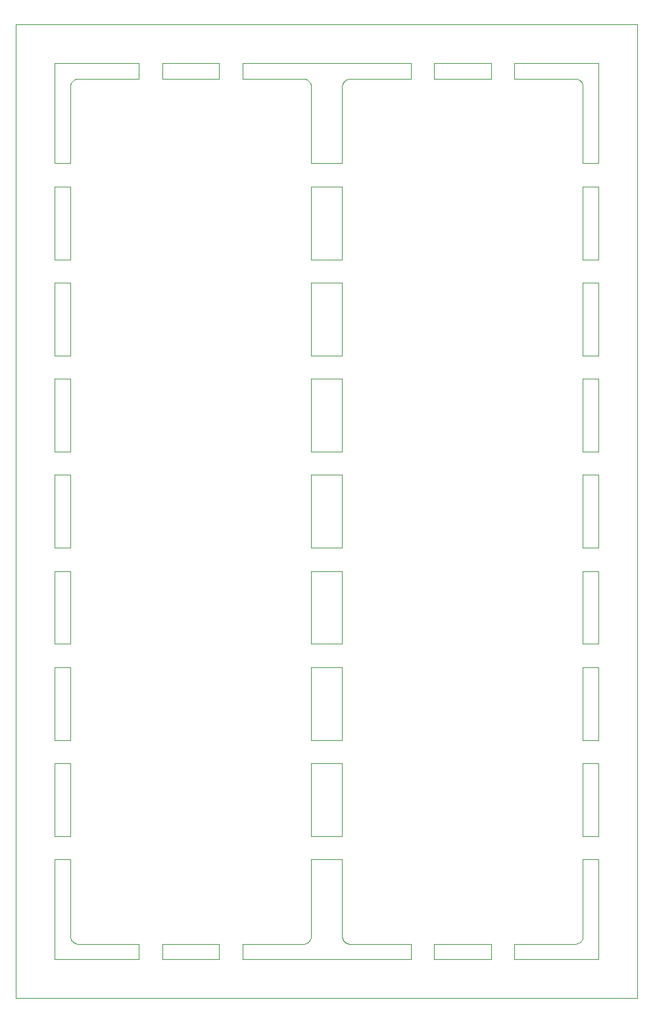
<source format=gm1>
G04 #@! TF.GenerationSoftware,KiCad,Pcbnew,8.0.1*
G04 #@! TF.CreationDate,2024-03-31T21:58:01-04:00*
G04 #@! TF.ProjectId,RGB-Panel,5247422d-5061-46e6-956c-2e6b69636164,V3.0*
G04 #@! TF.SameCoordinates,Original*
G04 #@! TF.FileFunction,Profile,NP*
%FSLAX46Y46*%
G04 Gerber Fmt 4.6, Leading zero omitted, Abs format (unit mm)*
G04 Created by KiCad (PCBNEW 8.0.1) date 2024-03-31 21:58:01*
%MOMM*%
%LPD*%
G01*
G04 APERTURE LIST*
G04 #@! TA.AperFunction,Profile*
%ADD10C,0.100000*%
G04 #@! TD*
G04 APERTURE END LIST*
D10*
X72514702Y-27125650D02*
X72471040Y-27151352D01*
X107179236Y-137971266D02*
X107209224Y-138012103D01*
X137651371Y-27241245D02*
X137612105Y-27209227D01*
X69999997Y-53255553D02*
X72000003Y-53255553D01*
X137406739Y-138313540D02*
X137453992Y-138291001D01*
X102999998Y-99766663D02*
X102999997Y-90388886D01*
X137500002Y-138266020D02*
X137544641Y-138238665D01*
X69999997Y-25000000D02*
X80833331Y-25000000D01*
X137999997Y-87388886D02*
X137999995Y-78011108D01*
X72001279Y-137450645D02*
X72005127Y-137501164D01*
X69999997Y-127522218D02*
X71999996Y-127522218D01*
X94166667Y-27000000D02*
X94166667Y-25000000D01*
X102965927Y-137658816D02*
X102978149Y-137607908D01*
X72000005Y-37877776D02*
X69999997Y-37877776D01*
X102998632Y-137452333D02*
X103000003Y-137399998D01*
X102201302Y-27020472D02*
X102151432Y-27011533D01*
X103000001Y-124522218D02*
X103000000Y-115144441D01*
X137669132Y-138143139D02*
X137707108Y-138107101D01*
X107949356Y-27001282D02*
X107898837Y-27005129D01*
X102151432Y-27011533D02*
X102101173Y-27005132D01*
X102250656Y-27031925D02*
X102201302Y-27020472D01*
X140000003Y-37877776D02*
X137999991Y-37877776D01*
X137988459Y-27848573D02*
X137979521Y-27798703D01*
X140000003Y-127522218D02*
X140000003Y-140399995D01*
X102891007Y-137853986D02*
X102913546Y-137806733D01*
X107798707Y-27020467D02*
X107749352Y-27031920D01*
X129166667Y-138399995D02*
X137000003Y-138399995D01*
X102998706Y-27949351D02*
X102994860Y-27898832D01*
X137954132Y-27700639D02*
X137937745Y-27652697D01*
X83833331Y-26999999D02*
X83833331Y-25000000D01*
X102612105Y-27209227D02*
X102571268Y-27179240D01*
X72898837Y-138394864D02*
X72949356Y-138398711D01*
X72000002Y-65633331D02*
X72000001Y-75011108D01*
X107848577Y-138388464D02*
X107898837Y-138394864D01*
X102951058Y-137709013D02*
X102965927Y-137658816D01*
X105000999Y-124522218D02*
X104998999Y-124522218D01*
X137987690Y-137556431D02*
X137994524Y-137504526D01*
X91166667Y-27000000D02*
X83833331Y-26999999D01*
X69999997Y-115144441D02*
X71999998Y-115144441D01*
X102874341Y-27514701D02*
X102848639Y-27471039D01*
X107749352Y-27031920D02*
X107700642Y-27045858D01*
X102994524Y-137504526D02*
X102998632Y-137452333D01*
X137250656Y-27031925D02*
X137201302Y-27020472D01*
X104998999Y-127522218D02*
X105000999Y-127522218D01*
X69999997Y-99766663D02*
X69999997Y-90388886D01*
X69999997Y-124522218D02*
X69999997Y-115144441D01*
X102999989Y-27999999D02*
X102998706Y-27949351D01*
X72151354Y-137928961D02*
X72179236Y-137971266D01*
X107749352Y-138368073D02*
X107798706Y-138379526D01*
X69999997Y-65633331D02*
X72000002Y-65633331D01*
X72514700Y-138274344D02*
X72559609Y-138297801D01*
X137998706Y-27949351D02*
X137994860Y-27898832D01*
X107000005Y-37877776D02*
X105000999Y-37877776D01*
X137999994Y-65633331D02*
X140000003Y-65633331D01*
X107062245Y-137747302D02*
X107081040Y-137794353D01*
X107125657Y-27514695D02*
X107102199Y-27559602D01*
X102848639Y-27471039D02*
X102820759Y-27428735D01*
X72005127Y-137501164D02*
X72011528Y-137551424D01*
X140000003Y-75011108D02*
X137999995Y-75011108D01*
X102999995Y-75011108D02*
X102999994Y-65633331D01*
X72559609Y-138297801D02*
X72605647Y-138318955D01*
X137998632Y-137452333D02*
X138000003Y-137399998D01*
X107798706Y-138379526D02*
X107848577Y-138388464D01*
X72348631Y-27241238D02*
X72311037Y-27275203D01*
X107275211Y-27311029D02*
X107241246Y-27348624D01*
X137866026Y-137899996D02*
X137891007Y-137853986D01*
X140000003Y-87388886D02*
X137999997Y-87388886D01*
X102299366Y-27045863D02*
X102250656Y-27031925D01*
X105000999Y-53255553D02*
X107000003Y-53255553D01*
X104998999Y-112144441D02*
X102999999Y-112144441D01*
X72387895Y-138190773D02*
X72428733Y-138220761D01*
X106999998Y-115144441D02*
X106999997Y-124522218D01*
X72031920Y-137650649D02*
X72045858Y-137699360D01*
X118833331Y-140399995D02*
X118833331Y-138399995D01*
X69999997Y-75011108D02*
X69999997Y-65633331D01*
X72605649Y-27081039D02*
X72559610Y-27102192D01*
X107000003Y-50255553D02*
X105000999Y-50255553D01*
X107000001Y-78011108D02*
X107000000Y-87388886D01*
X107179240Y-27428728D02*
X107151359Y-27471032D01*
X102937745Y-27652697D02*
X102918951Y-27605646D01*
X103000003Y-137399998D02*
X103000001Y-127522218D01*
X137612105Y-27209227D02*
X137571268Y-27179240D01*
X137965927Y-137658816D02*
X137978149Y-137607908D01*
X107000006Y-27999998D02*
X107000005Y-37877776D01*
X64999997Y-145399995D02*
X145000003Y-145399995D01*
X102999995Y-78011108D02*
X104998999Y-78011108D01*
X72179236Y-137971266D02*
X72209224Y-138012103D01*
X71999998Y-112144441D02*
X69999997Y-112144441D01*
X69999997Y-112144441D02*
X69999997Y-102766663D01*
X140000003Y-90388886D02*
X140000003Y-99766663D01*
X107471040Y-27151352D02*
X107428736Y-27179233D01*
X108000005Y-26999999D02*
X107949356Y-27001282D01*
X107605647Y-138318955D02*
X107652698Y-138337749D01*
X107081046Y-27605641D02*
X107062252Y-27652692D01*
X102050654Y-27001284D02*
X102000006Y-27000001D01*
X137299366Y-27045863D02*
X137250656Y-27031925D01*
X107000004Y-40877776D02*
X107000003Y-50255553D01*
X137050654Y-27001284D02*
X137000006Y-27000001D01*
X137951058Y-137709013D02*
X137965927Y-137658816D01*
X102988459Y-27848573D02*
X102979521Y-27798703D01*
X137874341Y-27514701D02*
X137848639Y-27471039D01*
X72000001Y-75011108D02*
X69999997Y-75011108D01*
X126166667Y-138399995D02*
X126166667Y-140399995D01*
X71999998Y-115144441D02*
X71999997Y-124522218D01*
X72275211Y-27311029D02*
X72241246Y-27348624D01*
X102999993Y-53255553D02*
X104998999Y-53255553D01*
X69999997Y-78011108D02*
X72000001Y-78011108D01*
X106999996Y-127522218D02*
X106999996Y-137399996D01*
X137999992Y-50255553D02*
X137999991Y-40877776D01*
X140000003Y-112144441D02*
X137999999Y-112144441D01*
X71999997Y-124522218D02*
X69999997Y-124522218D01*
X102838671Y-137944634D02*
X102866026Y-137899996D01*
X72001289Y-27949348D02*
X72000006Y-27999998D01*
X72241246Y-27348624D02*
X72209228Y-27387890D01*
X137440395Y-27102198D02*
X137394357Y-27081045D01*
X102587787Y-138209011D02*
X102629322Y-138177140D01*
X94166667Y-25000000D02*
X115833331Y-25000000D01*
X107898837Y-27005129D02*
X107848577Y-27011529D01*
X105000999Y-112144441D02*
X104998999Y-112144441D01*
X107241246Y-27348624D02*
X107209228Y-27387890D01*
X105000999Y-99766663D02*
X104998999Y-99766663D01*
X72798706Y-138379526D02*
X72848577Y-138388464D01*
X102052339Y-138398625D02*
X102104532Y-138394517D01*
X140000003Y-115144441D02*
X140000003Y-124522218D01*
X104998999Y-75011108D02*
X102999995Y-75011108D01*
X129166667Y-27000000D02*
X129166667Y-25000000D01*
X107471038Y-138248641D02*
X107514700Y-138274344D01*
X102999999Y-112144441D02*
X102999998Y-102766663D01*
X69999997Y-62633331D02*
X69999997Y-53255553D01*
X69999997Y-40877776D02*
X72000004Y-40877776D01*
X102999998Y-102766663D02*
X104998999Y-102766663D01*
X72125652Y-137885299D02*
X72151354Y-137928961D01*
X102999992Y-50255553D02*
X102999991Y-40877776D01*
X137758755Y-27348631D02*
X137724790Y-27311036D01*
X115833331Y-25000000D02*
X115833331Y-26999999D01*
X105000999Y-90388886D02*
X107000000Y-90388886D01*
X72000001Y-78011108D02*
X72000000Y-87388886D01*
X72428733Y-138220761D02*
X72471038Y-138248641D01*
X72898837Y-27005129D02*
X72848577Y-27011529D01*
X137688965Y-27275210D02*
X137651371Y-27241245D01*
X72311034Y-138124790D02*
X72348628Y-138158756D01*
X104998999Y-102766663D02*
X105000999Y-102766663D01*
X102999994Y-62633331D02*
X102999993Y-53255553D01*
X137790772Y-27387897D02*
X137758755Y-27348631D01*
X137999997Y-90388886D02*
X140000003Y-90388886D01*
X137994860Y-27898832D02*
X137988459Y-27848573D01*
X107311037Y-27275203D02*
X107275211Y-27311029D01*
X137707108Y-138107101D02*
X137743146Y-138069125D01*
X137544641Y-138238665D02*
X137587787Y-138209011D01*
X137156437Y-138387683D02*
X137207914Y-138378142D01*
X106999999Y-99766663D02*
X105000999Y-99766663D01*
X137309019Y-138351051D02*
X137358370Y-138333575D01*
X140000003Y-53255553D02*
X140000003Y-62633331D01*
X102309019Y-138351051D02*
X102358370Y-138333575D01*
X137151432Y-27011533D02*
X137101173Y-27005132D01*
X102394357Y-27081045D02*
X102347307Y-27062250D01*
X137999995Y-78011108D02*
X140000003Y-78011108D01*
X72081046Y-27605641D02*
X72062252Y-27652692D01*
X72471038Y-138248641D02*
X72514700Y-138274344D01*
X137724790Y-27311036D02*
X137688965Y-27275210D01*
X115833331Y-138399995D02*
X115833331Y-140399995D01*
X102987690Y-137556431D02*
X102994524Y-137504526D01*
X72000000Y-90388886D02*
X71999999Y-99766663D01*
X105000999Y-62633331D02*
X104998999Y-62633331D01*
X137000003Y-138399995D02*
X137052339Y-138398625D01*
X102968069Y-27749349D02*
X102954132Y-27700639D01*
X140000003Y-25000000D02*
X140000003Y-37877776D01*
X102104532Y-138394517D02*
X102156437Y-138387683D01*
X137528964Y-27151359D02*
X137485302Y-27125656D01*
X72241242Y-138051370D02*
X72275207Y-138088964D01*
X72179240Y-27428728D02*
X72151359Y-27471032D01*
X140000003Y-99766663D02*
X137999998Y-99766663D01*
X107241242Y-138051370D02*
X107275207Y-138088964D01*
X72062245Y-137747302D02*
X72081040Y-137794353D01*
X137913546Y-137806733D02*
X137933581Y-137758364D01*
X64999997Y-20000000D02*
X64999997Y-145399995D01*
X91166667Y-25000000D02*
X91166667Y-27000000D01*
X102954132Y-27700639D02*
X102937745Y-27652697D01*
X137848639Y-27471039D02*
X137820759Y-27428735D01*
X107125652Y-137885299D02*
X107151354Y-137928961D01*
X72311037Y-27275203D02*
X72275211Y-27311029D01*
X102743146Y-138069125D02*
X102777147Y-138029315D01*
X72020475Y-27798699D02*
X72011536Y-27848569D01*
X104998999Y-62633331D02*
X102999994Y-62633331D01*
X105000999Y-75011108D02*
X104998999Y-75011108D01*
X140000003Y-102766663D02*
X140000003Y-112144441D01*
X72700641Y-138354136D02*
X72749352Y-138368073D01*
X107652699Y-27062245D02*
X107605649Y-27081039D01*
X105000999Y-115144441D02*
X106999998Y-115144441D01*
X118833331Y-25000000D02*
X126166667Y-25000000D01*
X107652698Y-138337749D02*
X107700641Y-138354136D01*
X104998999Y-124522218D02*
X103000001Y-124522218D01*
X72559610Y-27102192D02*
X72514702Y-27125650D01*
X72749352Y-138368073D02*
X72798706Y-138379526D01*
X137918951Y-27605646D02*
X137897798Y-27559608D01*
X91166667Y-140399995D02*
X83833331Y-140399995D01*
X107045865Y-27700634D02*
X107031927Y-27749345D01*
X107000000Y-90388886D02*
X106999999Y-99766663D01*
X137777147Y-138029315D02*
X137809018Y-137987780D01*
X83833331Y-138399995D02*
X91166667Y-138399995D01*
X140000003Y-124522218D02*
X138000001Y-124522218D01*
X72081040Y-137794353D02*
X72102193Y-137840391D01*
X137968069Y-27749349D02*
X137954132Y-27700639D01*
X80833331Y-138399995D02*
X80833331Y-140399995D01*
X105000999Y-78011108D02*
X107000001Y-78011108D01*
X102707108Y-138107101D02*
X102743146Y-138069125D01*
X137937745Y-27652697D02*
X137918951Y-27605646D01*
X107000001Y-75011108D02*
X105000999Y-75011108D01*
X69999997Y-140399995D02*
X69999997Y-127522218D01*
X107000002Y-62633331D02*
X105000999Y-62633331D01*
X107011536Y-27848569D02*
X107005136Y-27898829D01*
X137820759Y-27428735D02*
X137790772Y-27387897D01*
X137999991Y-40877776D02*
X140000003Y-40877776D01*
X104998999Y-87388886D02*
X102999997Y-87388886D01*
X140000003Y-65633331D02*
X140000003Y-75011108D01*
X72102193Y-137840391D02*
X72125652Y-137885299D01*
X71999999Y-102766663D02*
X71999998Y-112144441D01*
X72700642Y-27045858D02*
X72652699Y-27062245D01*
X102101173Y-27005132D02*
X102050654Y-27001284D01*
X137587787Y-138209011D02*
X137629322Y-138177140D01*
X140000003Y-50255553D02*
X137999992Y-50255553D01*
X137104532Y-138394517D02*
X137156437Y-138387683D01*
X104998999Y-50255553D02*
X102999992Y-50255553D01*
X102406739Y-138313540D02*
X102453992Y-138291001D01*
X102156437Y-138387683D02*
X102207914Y-138378142D01*
X72000004Y-40877776D02*
X72000003Y-50255553D01*
X69999997Y-50255553D02*
X69999997Y-40877776D01*
X72605647Y-138318955D02*
X72652698Y-138337749D01*
X137258822Y-138365920D02*
X137309019Y-138351051D01*
X105000999Y-102766663D02*
X106999999Y-102766663D01*
X102358370Y-138333575D02*
X102406739Y-138313540D01*
X102913546Y-137806733D02*
X102933581Y-137758364D01*
X137999998Y-99766663D02*
X137999997Y-90388886D01*
X145000003Y-20000000D02*
X64999997Y-20000000D01*
X72275207Y-138088964D02*
X72311034Y-138124790D01*
X107949356Y-138398711D02*
X108000006Y-138399995D01*
X107031927Y-27749345D02*
X107020475Y-27798699D01*
X72749352Y-27031920D02*
X72700642Y-27045858D01*
X137999991Y-37877776D02*
X137999989Y-27999999D01*
X106999999Y-102766663D02*
X106999998Y-112144441D01*
X72949356Y-27001282D02*
X72898837Y-27005129D01*
X107102199Y-27559602D02*
X107081046Y-27605641D01*
X140000003Y-140399995D02*
X129166667Y-140399995D01*
X118833331Y-26999999D02*
X118833331Y-25000000D01*
X137052339Y-138398625D02*
X137104532Y-138394517D01*
X102866026Y-137899996D02*
X102891007Y-137853986D01*
X137999994Y-62633331D02*
X137999993Y-53255553D01*
X72102199Y-27559602D02*
X72081046Y-27605641D01*
X137453992Y-138291001D02*
X137500002Y-138266020D01*
X137358370Y-138333575D02*
X137406739Y-138313540D01*
X115833331Y-140399995D02*
X94166667Y-140399995D01*
X73000005Y-26999999D02*
X72949356Y-27001282D01*
X102500002Y-138266020D02*
X102544641Y-138238665D01*
X129166667Y-25000000D02*
X140000003Y-25000000D01*
X102688965Y-27275210D02*
X102651371Y-27241245D01*
X107209228Y-27387890D02*
X107179240Y-27428728D01*
X69999997Y-37877776D02*
X69999997Y-25000000D01*
X83833331Y-140399995D02*
X83833331Y-138399995D01*
X72005136Y-27898829D02*
X72001289Y-27949348D01*
X137999998Y-102766663D02*
X140000003Y-102766663D01*
X72125657Y-27514695D02*
X72102199Y-27559602D01*
X107001289Y-27949348D02*
X107000006Y-27999998D01*
X104998999Y-115144441D02*
X105000999Y-115144441D01*
X94166667Y-138399995D02*
X102000003Y-138399995D01*
X107001279Y-137450645D02*
X107005127Y-137501164D01*
X72798707Y-27020467D02*
X72749352Y-27031920D01*
X107848577Y-27011529D02*
X107798707Y-27020467D01*
X72011528Y-137551424D02*
X72020467Y-137601295D01*
X72151359Y-27471032D02*
X72125657Y-27514695D01*
X72045858Y-137699360D02*
X72062245Y-137747302D01*
X102669132Y-138143139D02*
X102707108Y-138107101D01*
X104998999Y-65633331D02*
X105000999Y-65633331D01*
X102000003Y-138399995D02*
X102052339Y-138398625D01*
X104998999Y-78011108D02*
X105000999Y-78011108D01*
X115833331Y-26999999D02*
X108000005Y-26999999D01*
X145000003Y-145399995D02*
X145000003Y-20000000D01*
X140000003Y-62633331D02*
X137999994Y-62633331D01*
X138000001Y-127522218D02*
X140000003Y-127522218D01*
X137978149Y-137607908D02*
X137987690Y-137556431D01*
X107045858Y-137699360D02*
X107062245Y-137747302D01*
X104998999Y-37877776D02*
X102999991Y-37877776D01*
X107209224Y-138012103D02*
X107241242Y-138051370D01*
X80833331Y-140399995D02*
X69999997Y-140399995D01*
X107514702Y-27125650D02*
X107471040Y-27151352D01*
X137933581Y-137758364D02*
X137951058Y-137709013D01*
X138000003Y-137399998D02*
X138000001Y-127522218D01*
X103000001Y-127522218D02*
X104998999Y-127522218D01*
X107387898Y-27209220D02*
X107348631Y-27241238D01*
X107000000Y-87388886D02*
X105000999Y-87388886D01*
X106999998Y-112144441D02*
X105000999Y-112144441D01*
X137743146Y-138069125D02*
X137777147Y-138029315D01*
X137891007Y-137853986D02*
X137913546Y-137806733D01*
X106999997Y-124522218D02*
X105000999Y-124522218D01*
X140000003Y-40877776D02*
X140000003Y-50255553D01*
X102724790Y-27311036D02*
X102688965Y-27275210D01*
X107005127Y-137501164D02*
X107011528Y-137551424D01*
X71999999Y-99766663D02*
X69999997Y-99766663D01*
X107102193Y-137840391D02*
X107125652Y-137885299D01*
X137999999Y-112144441D02*
X137999998Y-102766663D01*
X102207914Y-138378142D02*
X102258822Y-138365920D01*
X72652698Y-138337749D02*
X72700641Y-138354136D01*
X104998999Y-90388886D02*
X105000999Y-90388886D01*
X72428736Y-27179233D02*
X72387898Y-27209220D01*
X72848577Y-138388464D02*
X72898837Y-138394864D01*
X72848577Y-27011529D02*
X72798707Y-27020467D01*
X102994860Y-27898832D02*
X102988459Y-27848573D01*
X102258822Y-138365920D02*
X102309019Y-138351051D01*
X107898837Y-138394864D02*
X107949356Y-138398711D01*
X72000006Y-27999998D02*
X72000005Y-37877776D01*
X83833331Y-25000000D02*
X91166667Y-25000000D01*
X72000003Y-53255553D02*
X72000002Y-62633331D01*
X102485302Y-27125656D02*
X102440395Y-27102198D01*
X108000006Y-138399995D02*
X115833331Y-138399995D01*
X72000003Y-50255553D02*
X69999997Y-50255553D01*
X102979521Y-27798703D02*
X102968069Y-27749349D01*
X138000001Y-124522218D02*
X138000000Y-115144441D01*
X72348628Y-138158756D02*
X72387895Y-138190773D01*
X102999991Y-37877776D02*
X102999989Y-27999999D01*
X102790772Y-27387897D02*
X102758755Y-27348631D01*
X105000999Y-127522218D02*
X106999996Y-127522218D01*
X102629322Y-138177140D02*
X102669132Y-138143139D01*
X72062252Y-27652692D02*
X72045865Y-27700634D01*
X80833331Y-25000000D02*
X80833331Y-26999999D01*
X102571268Y-27179240D02*
X102528964Y-27151359D01*
X102809018Y-137987780D02*
X102838671Y-137944634D01*
X105000999Y-65633331D02*
X107000002Y-65633331D01*
X71999996Y-137399996D02*
X72001279Y-137450645D01*
X72000000Y-87388886D02*
X69999997Y-87388886D01*
X107559609Y-138297801D02*
X107605647Y-138318955D01*
X71999996Y-127522218D02*
X71999996Y-137399996D01*
X102347307Y-27062250D02*
X102299366Y-27045863D01*
X105000999Y-40877776D02*
X107000004Y-40877776D01*
X107700642Y-27045858D02*
X107652699Y-27062245D01*
X137201302Y-27020472D02*
X137151432Y-27011533D01*
X107605649Y-27081039D02*
X107559610Y-27102192D01*
X72031927Y-27749345D02*
X72020475Y-27798699D01*
X102999997Y-90388886D02*
X104998999Y-90388886D01*
X137809018Y-137987780D02*
X137838671Y-137944634D01*
X137999995Y-75011108D02*
X137999994Y-65633331D01*
X126166667Y-27000000D02*
X118833331Y-26999999D01*
X107000003Y-53255553D02*
X107000002Y-62633331D01*
X107011528Y-137551424D02*
X107020467Y-137601295D01*
X137897798Y-27559608D02*
X137874341Y-27514701D01*
X102544641Y-138238665D02*
X102587787Y-138209011D01*
X107031920Y-137650649D02*
X107045858Y-137699360D01*
X102777147Y-138029315D02*
X102809018Y-137987780D01*
X107020475Y-27798699D02*
X107011536Y-27848569D01*
X102000006Y-27000001D02*
X94166667Y-27000000D01*
X137394357Y-27081045D02*
X137347307Y-27062250D01*
X137999993Y-53255553D02*
X140000003Y-53255553D01*
X137571268Y-27179240D02*
X137528964Y-27151359D01*
X72045865Y-27700634D02*
X72031927Y-27749345D01*
X107700641Y-138354136D02*
X107749352Y-138368073D01*
X102758755Y-27348631D02*
X102724790Y-27311036D01*
X107151359Y-27471032D02*
X107125657Y-27514695D01*
X107387895Y-138190773D02*
X107428733Y-138220761D01*
X72471040Y-27151352D02*
X72428736Y-27179233D01*
X102820759Y-27428735D02*
X102790772Y-27387897D01*
X107000002Y-65633331D02*
X107000001Y-75011108D01*
X94166667Y-140399995D02*
X94166667Y-138399995D01*
X72209228Y-27387890D02*
X72179240Y-27428728D01*
X137999989Y-27999999D02*
X137998706Y-27949351D01*
X102453992Y-138291001D02*
X102500002Y-138266020D01*
X118833331Y-138399995D02*
X126166667Y-138399995D01*
X69999997Y-87388886D02*
X69999997Y-78011108D01*
X137838671Y-137944634D02*
X137866026Y-137899996D01*
X102897798Y-27559608D02*
X102874341Y-27514701D01*
X72949356Y-138398711D02*
X73000006Y-138399995D01*
X72209224Y-138012103D02*
X72241242Y-138051370D01*
X104998999Y-53255553D02*
X105000999Y-53255553D01*
X137000006Y-27000001D02*
X129166667Y-27000000D01*
X137629322Y-138177140D02*
X137669132Y-138143139D01*
X72387898Y-27209220D02*
X72348631Y-27241238D01*
X102918951Y-27605646D02*
X102897798Y-27559608D01*
X102999994Y-65633331D02*
X104998999Y-65633331D01*
X126166667Y-25000000D02*
X126166667Y-27000000D01*
X107311034Y-138124790D02*
X107348628Y-138158756D01*
X73000006Y-138399995D02*
X80833331Y-138399995D01*
X107428736Y-27179233D02*
X107387898Y-27209220D01*
X72652699Y-27062245D02*
X72605649Y-27081039D01*
X69999997Y-102766663D02*
X71999999Y-102766663D01*
X107348631Y-27241238D02*
X107311037Y-27275203D01*
X129166667Y-140399995D02*
X129166667Y-138399995D01*
X102978149Y-137607908D02*
X102987690Y-137556431D01*
X140000003Y-78011108D02*
X140000003Y-87388886D01*
X104998999Y-99766663D02*
X102999998Y-99766663D01*
X102528964Y-27151359D02*
X102485302Y-27125656D01*
X137347307Y-27062250D02*
X137299366Y-27045863D01*
X137994524Y-137504526D02*
X137998632Y-137452333D01*
X105000999Y-37877776D02*
X104998999Y-37877776D01*
X137101173Y-27005132D02*
X137050654Y-27001284D01*
X107151354Y-137928961D02*
X107179236Y-137971266D01*
X105000999Y-87388886D02*
X104998999Y-87388886D01*
X137207914Y-138378142D02*
X137258822Y-138365920D01*
X102651371Y-27241245D02*
X102612105Y-27209227D01*
X69999997Y-90388886D02*
X72000000Y-90388886D01*
X107514700Y-138274344D02*
X107559609Y-138297801D01*
X102999997Y-87388886D02*
X102999995Y-78011108D01*
X80833331Y-26999999D02*
X73000005Y-26999999D01*
X72000002Y-62633331D02*
X69999997Y-62633331D01*
X102933581Y-137758364D02*
X102951058Y-137709013D01*
X107348628Y-138158756D02*
X107387895Y-138190773D01*
X126166667Y-140399995D02*
X118833331Y-140399995D01*
X107020467Y-137601295D02*
X107031920Y-137650649D01*
X137485302Y-27125656D02*
X137440395Y-27102198D01*
X105000999Y-50255553D02*
X104998999Y-50255553D01*
X102440395Y-27102198D02*
X102394357Y-27081045D01*
X107559610Y-27102192D02*
X107514702Y-27125650D01*
X72011536Y-27848569D02*
X72005136Y-27898829D01*
X107081040Y-137794353D02*
X107102193Y-137840391D01*
X107062252Y-27652692D02*
X107045865Y-27700634D01*
X104998999Y-40877776D02*
X105000999Y-40877776D01*
X107275207Y-138088964D02*
X107311034Y-138124790D01*
X103000000Y-115144441D02*
X104998999Y-115144441D01*
X107005136Y-27898829D02*
X107001289Y-27949348D01*
X107428733Y-138220761D02*
X107471038Y-138248641D01*
X72020467Y-137601295D02*
X72031920Y-137650649D01*
X137979521Y-27798703D02*
X137968069Y-27749349D01*
X102999991Y-40877776D02*
X104998999Y-40877776D01*
X138000000Y-115144441D02*
X140000003Y-115144441D01*
X106999996Y-137399996D02*
X107001279Y-137450645D01*
X91166667Y-138399995D02*
X91166667Y-140399995D01*
M02*

</source>
